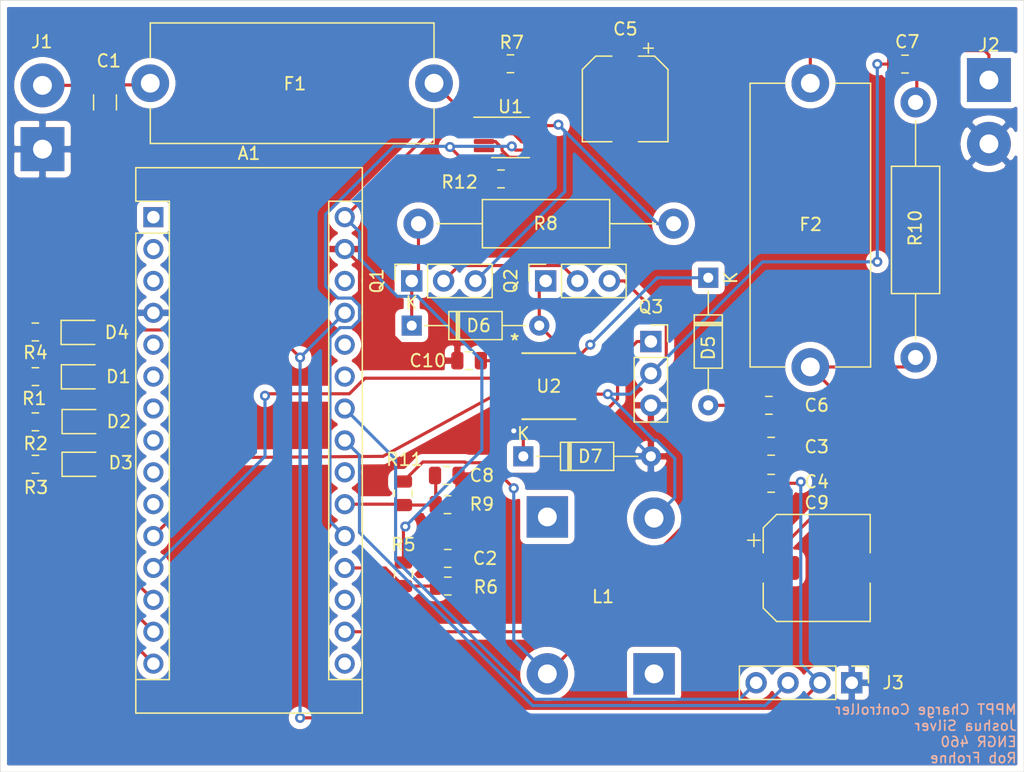
<source format=kicad_pcb>
(kicad_pcb (version 20171130) (host pcbnew "(5.1.5)-3")
  (layers (0 F.Cu signal) (31 B.Cu signal) (34 B.Paste user) (35 F.Paste user) (36 B.SilkS user) (37 F.SilkS user) (38 B.Mask user) (39 F.Mask user) (44 Edge.Cuts user))
  (net 0 "")
  (net 1 "Net-(A1-Pad1)")
  (net 2 /3.3V)
  (net 3 "Net-(A1-Pad2)")
  (net 4 "Net-(A1-Pad18)")
  (net 5 "Net-(A1-Pad3)")
  (net 6 /VinSense)
  (net 7 GND)
  (net 8 /ISense)
  (net 9 "Net-(A1-Pad5)")
  (net 10 /VoutSense)
  (net 11 "Net-(A1-Pad6)")
  (net 12 "Net-(A1-Pad22)")
  (net 13 "Net-(A1-Pad7)")
  (net 14 /SDA)
  (net 15 "Net-(A1-Pad8)")
  (net 16 /SCL)
  (net 17 "Net-(A1-Pad9)")
  (net 18 "Net-(A1-Pad25)")
  (net 19 "Net-(A1-Pad10)")
  (net 20 "Net-(A1-Pad26)")
  (net 21 /5V)
  (net 22 "Net-(A1-Pad28)")
  (net 23 "Net-(A1-Pad13)")
  (net 24 "Net-(A1-Pad14)")
  (net 25 /VIN)
  (net 26 "Net-(A1-Pad15)")
  (net 27 "Net-(A1-Pad16)")
  (net 28 "Net-(C1-Pad2)")
  (net 29 "Net-(C5-Pad1)")
  (net 30 "Net-(C6-Pad2)")
  (net 31 "Net-(C7-Pad1)")
  (net 32 "Net-(C7-Pad2)")
  (net 33 "Net-(C9-Pad1)")
  (net 34 "Net-(D1-Pad1)")
  (net 35 "Net-(D2-Pad1)")
  (net 36 "Net-(D3-Pad1)")
  (net 37 "Net-(D4-Pad1)")
  (net 38 "Net-(D5-Pad1)")
  (net 39 "Net-(D6-Pad1)")
  (net 40 "Net-(F2-Pad1)")
  (net 41 "Net-(U1-Pad2)")
  (net 42 "Net-(U1-Pad4)")
  (net 43 "Net-(U1-Pad7)")
  (net 44 /PWM_EN)
  (net 45 /PWM)
  (net 46 "Net-(Q1-Pad2)")
  (net 47 "Net-(Q3-Pad1)")
  (module Fuse:Fuseholder_Cylinder-5x20mm_Stelvio-Kontek_PTF78_Horizontal_Open (layer F.Cu) (at 114.808 57.15 270)
    (fp_text reference F2 (at 11.25 -0.028 180) (layer F.SilkS))
    (fp_text value 10A)
    (pad 1 thru_hole circle (at 0 0 270) (size 3 3) (drill 1.5) (layers *.Cu *.Mask) (net 40 "Net-(F2-Pad1)"))
    (pad 2 thru_hole circle (at 22.6 0 270) (size 3 3) (drill 1.5) (layers *.Cu *.Mask) (net 33 "Net-(C9-Pad1)"))
  )
  (module Inductor_THT:DEP1519b_Inductor (layer F.Cu) (at 102.362 91.694 180)
    (fp_text reference L1 (at 4.064 -6.35) (layer F.SilkS))
    (fp_text value 33uH)
    (pad 1 thru_hole circle (at 0 -0.1 270) (size 3.3 3.3) (drill 1.5) (layers *.Cu *.Mask) (net 31 "Net-(C7-Pad1)"))
    (pad "" thru_hole rect (at 0 -12.5 180) (size 3.3 3.3) (drill 1.5) (layers *.Cu *.Mask))
    (pad "" thru_hole rect (at 8.5 0 180) (size 3.3 3.3) (drill 1.5) (layers *.Cu *.Mask))
    (pad 2 thru_hole circle (at 8.5 -12.5 270) (size 3.3 3.3) (drill oval 1.5) (layers *.Cu *.Mask) (net 33 "Net-(C9-Pad1)"))
  )
  (module Module:Arduino_Nano (layer F.Cu) (at 62.484 67.818)
    (fp_text reference A1 (at 7.62 -5.08) (layer F.SilkS))
    (fp_text value Arduino_Nano_v3.x)
    (pad 1 thru_hole rect (at 0 0) (size 1.6 1.6) (drill 1) (layers *.Cu *.Mask) (net 1 "Net-(A1-Pad1)"))
    (pad 17 thru_hole oval (at 15.24 33.02) (size 1.6 1.6) (drill 1) (layers *.Cu *.Mask) (net 2 /3.3V))
    (pad 2 thru_hole oval (at 0 2.54) (size 1.6 1.6) (drill 1) (layers *.Cu *.Mask) (net 3 "Net-(A1-Pad2)"))
    (pad 18 thru_hole oval (at 15.24 30.48) (size 1.6 1.6) (drill 1) (layers *.Cu *.Mask) (net 4 "Net-(A1-Pad18)"))
    (pad 3 thru_hole oval (at 0 5.08) (size 1.6 1.6) (drill 1) (layers *.Cu *.Mask) (net 5 "Net-(A1-Pad3)"))
    (pad 19 thru_hole oval (at 15.24 27.94) (size 1.6 1.6) (drill 1) (layers *.Cu *.Mask) (net 6 /VinSense))
    (pad 4 thru_hole oval (at 0 7.62) (size 1.6 1.6) (drill 1) (layers *.Cu *.Mask) (net 7 GND))
    (pad 20 thru_hole oval (at 15.24 25.4) (size 1.6 1.6) (drill 1) (layers *.Cu *.Mask) (net 8 /ISense))
    (pad 5 thru_hole oval (at 0 10.16) (size 1.6 1.6) (drill 1) (layers *.Cu *.Mask) (net 9 "Net-(A1-Pad5)"))
    (pad 21 thru_hole oval (at 15.24 22.86) (size 1.6 1.6) (drill 1) (layers *.Cu *.Mask) (net 10 /VoutSense))
    (pad 6 thru_hole oval (at 0 12.7) (size 1.6 1.6) (drill 1) (layers *.Cu *.Mask) (net 11 "Net-(A1-Pad6)"))
    (pad 22 thru_hole oval (at 15.24 20.32) (size 1.6 1.6) (drill 1) (layers *.Cu *.Mask) (net 12 "Net-(A1-Pad22)"))
    (pad 7 thru_hole oval (at 0 15.24) (size 1.6 1.6) (drill 1) (layers *.Cu *.Mask) (net 13 "Net-(A1-Pad7)"))
    (pad 23 thru_hole oval (at 15.24 17.78) (size 1.6 1.6) (drill 1) (layers *.Cu *.Mask) (net 14 /SDA))
    (pad 8 thru_hole oval (at 0 17.78) (size 1.6 1.6) (drill 1) (layers *.Cu *.Mask) (net 15 "Net-(A1-Pad8)"))
    (pad 24 thru_hole oval (at 15.24 15.24) (size 1.6 1.6) (drill 1) (layers *.Cu *.Mask) (net 16 /SCL))
    (pad 9 thru_hole oval (at 0 20.32) (size 1.6 1.6) (drill 1) (layers *.Cu *.Mask) (net 17 "Net-(A1-Pad9)"))
    (pad 25 thru_hole oval (at 15.24 12.7) (size 1.6 1.6) (drill 1) (layers *.Cu *.Mask) (net 18 "Net-(A1-Pad25)"))
    (pad 10 thru_hole oval (at 0 22.86) (size 1.6 1.6) (drill 1) (layers *.Cu *.Mask) (net 19 "Net-(A1-Pad10)"))
    (pad 26 thru_hole oval (at 15.24 10.16) (size 1.6 1.6) (drill 1) (layers *.Cu *.Mask) (net 20 "Net-(A1-Pad26)"))
    (pad 11 thru_hole oval (at 0 25.4) (size 1.6 1.6) (drill 1) (layers *.Cu *.Mask) (net 44 /PWM_EN))
    (pad 27 thru_hole oval (at 15.24 7.62) (size 1.6 1.6) (drill 1) (layers *.Cu *.Mask) (net 21 /5V))
    (pad 12 thru_hole oval (at 0 27.94) (size 1.6 1.6) (drill 1) (layers *.Cu *.Mask) (net 45 /PWM))
    (pad 28 thru_hole oval (at 15.24 5.08) (size 1.6 1.6) (drill 1) (layers *.Cu *.Mask) (net 22 "Net-(A1-Pad28)"))
    (pad 13 thru_hole oval (at 0 30.48) (size 1.6 1.6) (drill 1) (layers *.Cu *.Mask) (net 23 "Net-(A1-Pad13)"))
    (pad 29 thru_hole oval (at 15.24 2.54) (size 1.6 1.6) (drill 1) (layers *.Cu *.Mask) (net 7 GND))
    (pad 14 thru_hole oval (at 0 33.02) (size 1.6 1.6) (drill 1) (layers *.Cu *.Mask) (net 24 "Net-(A1-Pad14)"))
    (pad 30 thru_hole oval (at 15.24 0) (size 1.6 1.6) (drill 1) (layers *.Cu *.Mask) (net 25 /VIN))
    (pad 15 thru_hole oval (at 0 35.56) (size 1.6 1.6) (drill 1) (layers *.Cu *.Mask) (net 26 "Net-(A1-Pad15)"))
    (pad 16 thru_hole oval (at 15.24 35.56) (size 1.6 1.6) (drill 1) (layers *.Cu *.Mask) (net 27 "Net-(A1-Pad16)"))
  )
  (module Capacitor_SMD:C_1206_3216Metric (layer F.Cu) (at 58.63 58.68 90)
    (fp_text reference C1 (at 3.308 0.298 180) (layer F.SilkS))
    (fp_text value 1uF)
    (pad 1 smd roundrect (at -1.4 0 90) (size 1.25 1.75) (layers F.Cu F.Paste F.Mask) (roundrect_rratio 0.2) (net 7 GND))
    (pad 2 smd roundrect (at 1.4 0 90) (size 1.25 1.75) (layers F.Cu F.Paste F.Mask) (roundrect_rratio 0.2) (net 28 "Net-(C1-Pad2)"))
  )
  (module Capacitor_SMD:C_0805_2012Metric (layer F.Cu) (at 85.9305 94.996 180)
    (fp_text reference C2 (at -2.9695 0) (layer F.SilkS))
    (fp_text value .1uF)
    (pad 1 smd roundrect (at -0.9375 0 180) (size 0.975 1.4) (layers F.Cu F.Paste F.Mask) (net 7 GND))
    (pad 2 smd roundrect (at 0.9375 0 180) (size 0.975 1.4) (layers F.Cu F.Paste F.Mask) (net 6 /VinSense))
  )
  (module Capacitor_SMD:CP_Elec_6.3x5.9 (layer F.Cu) (at 100.06 58.4 270)
    (fp_text reference C5 (at -5.568 -0.016 180) (layer F.SilkS))
    (fp_text value 100uF)
    (pad 1 smd roundrect (at -2.8 0 270) (size 3.5 1.6) (layers F.Cu F.Paste F.Mask) (roundrect_rratio 0.15625) (net 29 "Net-(C5-Pad1)"))
    (pad 2 smd roundrect (at 2.8 0 270) (size 3.5 1.6) (layers F.Cu F.Paste F.Mask) (roundrect_rratio 0.15625) (net 7 GND))
  )
  (module Capacitor_SMD:CP_Elec_8x6.9 (layer F.Cu) (at 115.316 95.758)
    (fp_text reference C9 (at 0 -5.2) (layer F.SilkS))
    (fp_text value 220uF)
    (pad 1 smd roundrect (at -3.475 0) (size 4.15 1.9) (layers F.Cu F.Paste F.Mask) (roundrect_rratio 0.131579) (net 33 "Net-(C9-Pad1)"))
    (pad 2 smd roundrect (at 3.475 0) (size 4.15 1.9) (layers F.Cu F.Paste F.Mask) (roundrect_rratio 0.131579) (net 7 GND))
  )
  (module LED_SMD:LED_0805_2012Metric (layer F.Cu) (at 56.838 80.536)
    (fp_text reference D1 (at 2.852 -0.018) (layer F.SilkS))
    (fp_text value Green_On)
    (pad 1 smd roundrect (at -0.9375 0) (size 0.975 1.4) (layers F.Cu F.Paste F.Mask) (net 34 "Net-(D1-Pad1)"))
    (pad 2 smd roundrect (at 0.9375 0) (size 0.975 1.4) (layers F.Cu F.Paste F.Mask) (net 23 "Net-(A1-Pad13)"))
  )
  (module LED_SMD:LED_0805_2012Metric (layer F.Cu) (at 56.896 84.1)
    (fp_text reference D2 (at 2.8375 0) (layer F.SilkS))
    (fp_text value Yellow_Buck)
    (pad 2 smd roundrect (at 0.9375 0) (size 0.975 1.4) (layers F.Cu F.Paste F.Mask) (net 24 "Net-(A1-Pad14)"))
    (pad 1 smd roundrect (at -0.9375 0) (size 0.975 1.4) (layers F.Cu F.Paste F.Mask) (net 35 "Net-(D2-Pad1)"))
  )
  (module LED_SMD:LED_0805_2012Metric (layer F.Cu) (at 56.896 87.5)
    (fp_text reference D3 (at 2.99 -0.124) (layer F.SilkS))
    (fp_text value Red_Off)
    (pad 2 smd roundrect (at 0.9375 0) (size 0.975 1.4) (layers F.Cu F.Paste F.Mask) (net 26 "Net-(A1-Pad15)"))
    (pad 1 smd roundrect (at -0.9375 0) (size 0.975 1.4) (layers F.Cu F.Paste F.Mask) (net 36 "Net-(D3-Pad1)"))
  )
  (module LED_SMD:LED_0805_2012Metric (layer F.Cu) (at 56.8175 77)
    (fp_text reference D4 (at 2.7625 0) (layer F.SilkS))
    (fp_text value Blue_PWR)
    (pad 1 smd roundrect (at -0.9375 0) (size 0.975 1.4) (layers F.Cu F.Paste F.Mask) (net 37 "Net-(D4-Pad1)"))
    (pad 2 smd roundrect (at 0.9375 0) (size 0.975 1.4) (layers F.Cu F.Paste F.Mask) (net 21 /5V))
  )
  (module Diode_THT:D_DO-35_SOD27_P10.16mm_Horizontal (layer F.Cu) (at 106.68 72.644 270)
    (fp_text reference D5 (at 5.588 0 90) (layer F.SilkS))
    (fp_text value 1N4148)
    (fp_text user K (at 0 -1.8 90) (layer F.SilkS))
    (pad 1 thru_hole rect (at 0 0 270) (size 1.6 1.6) (drill 0.8) (layers *.Cu *.Mask) (net 38 "Net-(D5-Pad1)"))
    (pad 2 thru_hole oval (at 10.16 0 270) (size 1.6 1.6) (drill 0.8) (layers *.Cu *.Mask) (net 30 "Net-(C6-Pad2)"))
  )
  (module Diode_THT:D_DO-35_SOD27_P10.16mm_Horizontal (layer F.Cu) (at 83.058 76.454)
    (fp_text reference D6 (at 5.334 0) (layer F.SilkS))
    (fp_text value 1N4148)
    (fp_text user K (at 0 -1.8) (layer F.SilkS))
    (pad 1 thru_hole rect (at 0 0) (size 1.6 1.6) (drill 0.8) (layers *.Cu *.Mask) (net 39 "Net-(D6-Pad1)"))
    (pad 2 thru_hole oval (at 10.16 0) (size 1.6 1.6) (drill 0.8) (layers *.Cu *.Mask) (net 38 "Net-(D5-Pad1)"))
  )
  (module Diode_THT:D_DO-35_SOD27_P10.16mm_Horizontal (layer F.Cu) (at 91.948 86.868)
    (fp_text reference D7 (at 5.334 0) (layer F.SilkS))
    (fp_text value 1N4148)
    (fp_text user K (at 0 -1.8) (layer F.SilkS))
    (pad 2 thru_hole oval (at 10.16 0) (size 1.6 1.6) (drill 0.8) (layers *.Cu *.Mask) (net 7 GND))
    (pad 1 thru_hole rect (at 0 0) (size 1.6 1.6) (drill 0.8) (layers *.Cu *.Mask) (net 31 "Net-(C7-Pad1)"))
  )
  (module Fuse:Fuseholder_Cylinder-5x20mm_Stelvio-Kontek_PTF78_Horizontal_Open (layer F.Cu) (at 84.836 57.15 180)
    (fp_text reference F1 (at 11.084 -0.046) (layer F.SilkS))
    (fp_text value 10A)
    (pad 2 thru_hole circle (at 22.6 0 180) (size 3 3) (drill 1.5) (layers *.Cu *.Mask) (net 28 "Net-(C1-Pad2)"))
    (pad 1 thru_hole circle (at 0 0 180) (size 3 3) (drill 1.5) (layers *.Cu *.Mask) (net 25 /VIN))
  )
  (module Connector_Wire:SolderWirePad_1x02_P5.08mm_Drill1.5mm (layer F.Cu) (at 53.65 62.4 90)
    (fp_text reference J1 (at 8.552 -0.056 180) (layer F.SilkS))
    (fp_text value "PV Connection")
    (pad 1 thru_hole rect (at 0 0 90) (size 3.50012 3.50012) (drill 1.50114) (layers *.Cu *.Mask) (net 7 GND))
    (pad 2 thru_hole circle (at 5.08 0 90) (size 3.50012 3.50012) (drill 1.50114) (layers *.Cu *.Mask) (net 28 "Net-(C1-Pad2)"))
  )
  (module Connector_Wire:SolderWirePad_1x02_P5.08mm_Drill1.5mm (layer F.Cu) (at 129.032 56.896 270)
    (fp_text reference J2 (at -2.794 0 180) (layer F.SilkS))
    (fp_text value "12V Out")
    (pad 2 thru_hole circle (at 5.08 0 270) (size 3.50012 3.50012) (drill 1.50114) (layers *.Cu *.Mask) (net 7 GND))
    (pad 1 thru_hole rect (at 0 0 270) (size 3.50012 3.50012) (drill 1.50114) (layers *.Cu *.Mask) (net 40 "Net-(F2-Pad1)"))
  )
  (module Connector_PinHeader_2.54mm:PinHeader_1x04_P2.54mm_Vertical (layer F.Cu) (at 118.11 104.902 270)
    (fp_text reference J3 (at 0 -3.302 180) (layer F.SilkS))
    (fp_text value "I2C Display")
    (pad 1 thru_hole rect (at 0 0 270) (size 1.7 1.7) (drill 1) (layers *.Cu *.Mask) (net 7 GND))
    (pad 2 thru_hole oval (at 0 2.54 270) (size 1.7 1.7) (drill 1) (layers *.Cu *.Mask) (net 21 /5V))
    (pad 3 thru_hole oval (at 0 5.08 270) (size 1.7 1.7) (drill 1) (layers *.Cu *.Mask) (net 14 /SDA))
    (pad 4 thru_hole oval (at 0 7.62 270) (size 1.7 1.7) (drill 1) (layers *.Cu *.Mask) (net 16 /SCL))
  )
  (module Resistor_THT:R_Axial_DIN0411_L9.9mm_D3.6mm_P20.32mm_Horizontal (layer F.Cu) (at 103.918 68.338 180)
    (fp_text reference R8 (at 10.192 0.012) (layer F.SilkS))
    (fp_text value 470K)
    (pad 2 thru_hole oval (at 20.32 0 180) (size 2.4 2.4) (drill 1.2) (layers *.Cu *.Mask) (net 39 "Net-(D6-Pad1)"))
    (pad 1 thru_hole circle (at 0 0 180) (size 2.4 2.4) (drill 1.2) (layers *.Cu *.Mask) (net 29 "Net-(C5-Pad1)"))
  )
  (module Resistor_THT:R_Axial_DIN0411_L9.9mm_D3.6mm_P20.32mm_Horizontal (layer F.Cu) (at 123.19 58.674 270)
    (fp_text reference R10 (at 10.01 0.03 90) (layer F.SilkS))
    (fp_text value 470K)
    (pad 1 thru_hole circle (at 0 0 270) (size 2.4 2.4) (drill 1.2) (layers *.Cu *.Mask) (net 32 "Net-(C7-Pad2)"))
    (pad 2 thru_hole oval (at 20.32 0 270) (size 2.4 2.4) (drill 1.2) (layers *.Cu *.Mask) (net 33 "Net-(C9-Pad1)"))
  )
  (module Package_BGA:IR2104SPBF (layer F.Cu) (at 93.98 81.28)
    (fp_text reference U2 (at 0 0) (layer F.SilkS))
    (fp_text value IR2104 hide)
    (fp_text user * (at -2.7178 -3.6068) (layer F.SilkS))
    (fp_text user * (at -2.7178 -3.6068) (layer F.SilkS))
    (pad 8 smd rect (at 2.4638 -1.905) (size 1.9812 0.5588) (layers F.Cu F.Paste F.Mask) (net 38 "Net-(D5-Pad1)"))
    (pad 7 smd rect (at 2.4638 -0.635) (size 1.9812 0.5588) (layers F.Cu F.Paste F.Mask) (net 38 "Net-(D5-Pad1)"))
    (pad 6 smd rect (at 2.4638 0.635) (size 1.9812 0.5588) (layers F.Cu F.Paste F.Mask) (net 31 "Net-(C7-Pad1)"))
    (pad 5 smd rect (at 2.4638 1.905) (size 1.9812 0.5588) (layers F.Cu F.Paste F.Mask) (net 47 "Net-(Q3-Pad1)"))
    (pad 4 smd rect (at -2.4638 1.905) (size 1.9812 0.5588) (layers F.Cu F.Paste F.Mask) (net 7 GND))
    (pad 3 smd rect (at -2.4638 0.635) (size 1.9812 0.5588) (layers F.Cu F.Paste F.Mask) (net 44 /PWM_EN))
    (pad 2 smd rect (at -2.4638 -0.635) (size 1.9812 0.5588) (layers F.Cu F.Paste F.Mask) (net 45 /PWM))
    (pad 1 smd rect (at -2.4638 -1.905) (size 1.9812 0.5588) (layers F.Cu F.Paste F.Mask) (net 25 /VIN))
  )
  (module Resistor_SMD:R_0805_2012Metric (layer F.Cu) (at 90.9225 55.6 180)
    (fp_text reference R7 (at -0.1 1.7) (layer F.SilkS))
    (fp_text value 0.01)
    (pad 1 smd roundrect (at -0.9375 0 180) (size 0.975 1.4) (layers F.Cu F.Paste F.Mask) (net 29 "Net-(C5-Pad1)"))
    (pad 2 smd roundrect (at 0.9375 0 180) (size 0.975 1.4) (layers F.Cu F.Paste F.Mask) (net 25 /VIN))
  )
  (module Resistor_SMD:R_0805_2012Metric (layer F.Cu) (at 82.4 96.2625 270)
    (fp_text reference R5 (at -2.3625 0 180) (layer F.SilkS))
    (fp_text value 10k)
    (pad 1 smd roundrect (at -0.9375 0 270) (size 0.975 1.4) (layers F.Cu F.Paste F.Mask) (net 25 /VIN))
    (pad 2 smd roundrect (at 0.9375 0 270) (size 0.975 1.4) (layers F.Cu F.Paste F.Mask) (net 6 /VinSense))
  )
  (module Resistor_SMD:R_0805_2012Metric (layer F.Cu) (at 85.9305 97.2)
    (fp_text reference R6 (at 3.0375 0.082) (layer F.SilkS))
    (fp_text value 2.2k)
    (pad 1 smd roundrect (at -0.9375 0) (size 0.975 1.4) (layers F.Cu F.Paste F.Mask) (net 6 /VinSense))
    (pad 2 smd roundrect (at 0.9375 0) (size 0.975 1.4) (layers F.Cu F.Paste F.Mask) (net 7 GND))
  )
  (module Resistor_SMD:R_0805_2012Metric (layer F.Cu) (at 53.086 80.518 180)
    (fp_text reference R1 (at 0.0875 -1.75) (layer F.SilkS))
    (fp_text value 330)
    (pad 2 smd roundrect (at 0.9375 0 180) (size 0.975 1.4) (layers F.Cu F.Paste F.Mask) (net 7 GND))
    (pad 1 smd roundrect (at -0.9375 0 180) (size 0.975 1.4) (layers F.Cu F.Paste F.Mask) (net 34 "Net-(D1-Pad1)"))
  )
  (module Resistor_SMD:R_0805_2012Metric (layer F.Cu) (at 53.086 84.12 180)
    (fp_text reference R2 (at -0.02 -1.732) (layer F.SilkS))
    (fp_text value 330)
    (pad 1 smd roundrect (at -0.9375 0 180) (size 0.975 1.4) (layers F.Cu F.Paste F.Mask) (net 35 "Net-(D2-Pad1)"))
    (pad 2 smd roundrect (at 0.9375 0 180) (size 0.975 1.4) (layers F.Cu F.Paste F.Mask) (net 7 GND))
  )
  (module Resistor_SMD:R_0805_2012Metric (layer F.Cu) (at 53.086 87.5 180)
    (fp_text reference R3 (at -0.05 -1.85) (layer F.SilkS))
    (fp_text value 330)
    (pad 2 smd roundrect (at 0.9375 0 180) (size 0.975 1.4) (layers F.Cu F.Paste F.Mask) (net 7 GND))
    (pad 1 smd roundrect (at -0.9375 0 180) (size 0.975 1.4) (layers F.Cu F.Paste F.Mask) (net 36 "Net-(D3-Pad1)"))
  )
  (module Resistor_SMD:R_0805_2012Metric (layer F.Cu) (at 53.086 76.962 180)
    (fp_text reference R4 (at 0 -1.65) (layer F.SilkS))
    (fp_text value 330)
    (pad 1 smd roundrect (at -0.9375 0 180) (size 0.975 1.4) (layers F.Cu F.Paste F.Mask) (net 37 "Net-(D4-Pad1)"))
    (pad 2 smd roundrect (at 0.9375 0 180) (size 0.975 1.4) (layers F.Cu F.Paste F.Mask) (net 7 GND))
  )
  (module Resistor_SMD:R_0805_2012Metric (layer F.Cu) (at 85.91 90.72)
    (fp_text reference R9 (at 2.736 -0.042) (layer F.SilkS))
    (fp_text value 2.2k)
    (pad 1 smd roundrect (at -0.9375 0) (size 0.975 1.4) (layers F.Cu F.Paste F.Mask) (net 10 /VoutSense))
    (pad 2 smd roundrect (at 0.9375 0) (size 0.975 1.4) (layers F.Cu F.Paste F.Mask) (net 7 GND))
  )
  (module Resistor_SMD:R_0805_2012Metric (layer F.Cu) (at 82.39 89.81 270)
    (fp_text reference R11 (at -2.6975 -0.08 180) (layer F.SilkS))
    (fp_text value 10k)
    (pad 2 smd roundrect (at 0.9375 0 270) (size 0.975 1.4) (layers F.Cu F.Paste F.Mask) (net 10 /VoutSense))
    (pad 1 smd roundrect (at -0.9375 0 270) (size 0.975 1.4) (layers F.Cu F.Paste F.Mask) (net 33 "Net-(C9-Pad1)"))
  )
  (module Capacitor_SMD:C_0805_2012Metric (layer F.Cu) (at 111.687001 86.065001)
    (fp_text reference C3 (at 3.628999 0.040999) (layer F.SilkS))
    (fp_text value .1uF)
    (pad 1 smd roundrect (at -0.9375 0) (size 0.975 1.4) (layers F.Cu F.Paste F.Mask) (net 2 /3.3V))
    (pad 2 smd roundrect (at 0.9375 0) (size 0.975 1.4) (layers F.Cu F.Paste F.Mask) (net 7 GND))
  )
  (module Capacitor_SMD:C_0805_2012Metric (layer F.Cu) (at 111.687001 89.015001)
    (fp_text reference C4 (at 3.628999 -0.115001) (layer F.SilkS))
    (fp_text value .1uF)
    (pad 2 smd roundrect (at 0.9375 0) (size 0.975 1.4) (layers F.Cu F.Paste F.Mask) (net 21 /5V))
    (pad 1 smd roundrect (at -0.9375 0) (size 0.975 1.4) (layers F.Cu F.Paste F.Mask) (net 7 GND))
  )
  (module Capacitor_SMD:C_0805_2012Metric (layer F.Cu) (at 111.506 82.804 180)
    (fp_text reference C6 (at -3.81 0) (layer F.SilkS))
    (fp_text value .1uF)
    (pad 2 smd roundrect (at 0.9375 0 180) (size 0.975 1.4) (layers F.Cu F.Paste F.Mask) (net 30 "Net-(C6-Pad2)"))
    (pad 1 smd roundrect (at -0.9375 0 180) (size 0.975 1.4) (layers F.Cu F.Paste F.Mask) (net 7 GND))
  )
  (module Capacitor_SMD:C_0805_2012Metric (layer F.Cu) (at 122.3495 55.626)
    (fp_text reference C7 (at 0.1755 -1.778 180) (layer F.SilkS))
    (fp_text value .1uF)
    (pad 1 smd roundrect (at -0.9375 0) (size 0.975 1.4) (layers F.Cu F.Paste F.Mask) (net 31 "Net-(C7-Pad1)"))
    (pad 2 smd roundrect (at 0.9375 0) (size 0.975 1.4) (layers F.Cu F.Paste F.Mask) (net 32 "Net-(C7-Pad2)"))
  )
  (module Capacitor_SMD:C_0805_2012Metric (layer F.Cu) (at 85.852 88.392)
    (fp_text reference C8 (at 2.794 0) (layer F.SilkS))
    (fp_text value .1uF)
    (pad 1 smd roundrect (at -0.9375 0) (size 0.975 1.4) (layers F.Cu F.Paste F.Mask) (net 10 /VoutSense))
    (pad 2 smd roundrect (at 0.9375 0) (size 0.975 1.4) (layers F.Cu F.Paste F.Mask) (net 7 GND))
  )
  (module Capacitor_SMD:C_0805_2012Metric (layer F.Cu) (at 87.63 79.248)
    (fp_text reference C10 (at -3.302 0) (layer F.SilkS))
    (fp_text value .1uF)
    (pad 2 smd roundrect (at 0.9375 0) (size 0.975 1.4) (layers F.Cu F.Paste F.Mask) (net 25 /VIN))
    (pad 1 smd roundrect (at -0.9375 0) (size 0.975 1.4) (layers F.Cu F.Paste F.Mask) (net 7 GND))
  )
  (module Resistor_SMD:R_0805_2012Metric (layer F.Cu) (at 90.17 64.77)
    (fp_text reference R12 (at -3.302 0.254) (layer F.SilkS))
    (fp_text value 100K)
    (pad 1 smd roundrect (at -0.9375 0) (size 0.975 1.4) (layers F.Cu F.Paste F.Mask) (net 7 GND))
    (pad 2 smd roundrect (at 0.9375 0) (size 0.975 1.4) (layers F.Cu F.Paste F.Mask) (net 8 /ISense))
  )
  (module Connector_PinSocket_2.54mm:PinSocket_1x03_P2.54mm_Vertical (layer F.Cu) (at 83.058 72.898 90)
    (fp_text reference Q1 (at 0 -2.77 90) (layer F.SilkS))
    (fp_text value IRFIZ44N)
    (pad 3 thru_hole oval (at 0 5.08 90) (size 1.7 1.7) (drill 1) (layers *.Cu *.Mask) (net 29 "Net-(C5-Pad1)"))
    (pad 2 thru_hole oval (at 0 2.54 90) (size 1.7 1.7) (drill 1) (layers *.Cu *.Mask) (net 46 "Net-(Q1-Pad2)"))
    (pad 1 thru_hole rect (at 0 0 90) (size 1.7 1.7) (drill 1) (layers *.Cu *.Mask) (net 39 "Net-(D6-Pad1)"))
  )
  (module Connector_PinSocket_2.54mm:PinSocket_1x03_P2.54mm_Vertical (layer F.Cu) (at 93.726 72.898 90)
    (fp_text reference Q2 (at 0 -2.77 90) (layer F.SilkS))
    (fp_text value IRFIZ44N)
    (pad 1 thru_hole rect (at 0 0 90) (size 1.7 1.7) (drill 1) (layers *.Cu *.Mask) (net 38 "Net-(D5-Pad1)"))
    (pad 2 thru_hole oval (at 0 2.54 90) (size 1.7 1.7) (drill 1) (layers *.Cu *.Mask) (net 46 "Net-(Q1-Pad2)"))
    (pad 3 thru_hole oval (at 0 5.08 90) (size 1.7 1.7) (drill 1) (layers *.Cu *.Mask) (net 31 "Net-(C7-Pad1)"))
  )
  (module Connector_PinSocket_2.54mm:PinSocket_1x03_P2.54mm_Vertical (layer F.Cu) (at 102.108 77.724)
    (fp_text reference Q3 (at 0 -2.77) (layer F.SilkS))
    (fp_text value IRFIZ44N)
    (pad 1 thru_hole rect (at 0 0) (size 1.7 1.7) (drill 1) (layers *.Cu *.Mask) (net 47 "Net-(Q3-Pad1)"))
    (pad 2 thru_hole oval (at 0 2.54) (size 1.7 1.7) (drill 1) (layers *.Cu *.Mask) (net 31 "Net-(C7-Pad1)"))
    (pad 3 thru_hole oval (at 0 5.08) (size 1.7 1.7) (drill 1) (layers *.Cu *.Mask) (net 7 GND))
  )
  (module Package_SO:MSOP-8_3x3mm_P0.65mm (layer F.Cu) (at 90.932 61.468)
    (fp_text reference U1 (at 0 -2.45) (layer F.SilkS))
    (fp_text value AD8212)
    (pad 1 smd roundrect (at -2.1125 -0.975) (size 1.625 0.4) (layers F.Cu F.Paste F.Mask) (net 25 /VIN))
    (pad 2 smd roundrect (at -2.1125 -0.325) (size 1.625 0.4) (layers F.Cu F.Paste F.Mask) (net 41 "Net-(U1-Pad2)"))
    (pad 3 smd roundrect (at -2.1125 0.325) (size 1.625 0.4) (layers F.Cu F.Paste F.Mask) (net 7 GND))
    (pad 4 smd roundrect (at -2.1125 0.975) (size 1.625 0.4) (layers F.Cu F.Paste F.Mask) (net 42 "Net-(U1-Pad4)"))
    (pad 5 smd roundrect (at 2.1125 0.975) (size 1.625 0.4) (layers F.Cu F.Paste F.Mask) (net 8 /ISense))
    (pad 6 smd roundrect (at 2.1125 0.325) (size 1.625 0.4) (layers F.Cu F.Paste F.Mask) (net 41 "Net-(U1-Pad2)"))
    (pad 7 smd roundrect (at 2.1125 -0.325) (size 1.625 0.4) (layers F.Cu F.Paste F.Mask) (net 43 "Net-(U1-Pad7)"))
    (pad 8 smd roundrect (at 2.1125 -0.975) (size 1.625 0.4) (layers F.Cu F.Paste F.Mask) (net 29 "Net-(C5-Pad1)"))
  )
  (gr_text "MPPT Charge Controller\nJoshua Silver\nENGR 460\nRob Frohne\n" (at 131.318 108.966) (layer B.SilkS) (effects (font (size 0.8 0.8) (thickness 0.13)) (justify left mirror)))
  (gr_line (start 50.292 50.546) (end 50.8 50.546) (layer Edge.Cuts) (width 0.05))
  (gr_line (start 50.292 112.014) (end 50.292 50.546) (layer Edge.Cuts) (width 0.05))
  (gr_line (start 131.826 112.014) (end 50.292 112.014) (layer Edge.Cuts) (width 0.05))
  (gr_line (start 131.826 50.546) (end 131.826 112.014) (layer Edge.Cuts) (width 0.05))
  (gr_line (start 50.8 50.546) (end 131.826 50.546) (layer Edge.Cuts) (width 0.05))
  (segment (start 110.263974 86.850468) (end 110.263974 86.550528) (width 0.25) (layer F.Cu) (net 2))
  (segment (start 100.989452 96.12499) (end 110.263974 86.850468) (width 0.25) (layer F.Cu) (net 2))
  (segment (start 110.263974 86.550528) (end 110.749501 86.065001) (width 0.25) (layer F.Cu) (net 2))
  (segment (start 100.989452 96.12499) (end 100.97901 96.12499) (width 0.25) (layer F.Cu) (net 2))
  (segment (start 96.266 100.838) (end 77.724 100.838) (width 0.25) (layer F.Cu) (net 2))
  (segment (start 100.97901 96.12499) (end 96.266 100.838) (width 0.25) (layer F.Cu) (net 2))
  (segment (start 82.4 97.2) (end 84.993 97.2) (width 0.25) (layer F.Cu) (net 6))
  (segment (start 80.958 95.758) (end 77.724 95.758) (width 0.25) (layer F.Cu) (net 6))
  (segment (start 82.4 97.2) (end 80.958 95.758) (width 0.25) (layer F.Cu) (net 6))
  (segment (start 84.993 97.2) (end 84.993 94.996) (width 0.25) (layer F.Cu) (net 6))
  (segment (start 90.806778 63.05001) (end 98.20999 63.05001) (width 0.25) (layer F.Cu) (net 7))
  (segment (start 99.26 62) (end 100.06 61.2) (width 0.25) (layer F.Cu) (net 7))
  (segment (start 98.20999 63.05001) (end 99.26 62) (width 0.25) (layer F.Cu) (net 7))
  (segment (start 78.523999 71.157999) (end 77.724 70.358) (width 0.25) (layer F.Cu) (net 7))
  (segment (start 78.899001 71.533001) (end 78.523999 71.157999) (width 0.25) (layer F.Cu) (net 7))
  (segment (start 78.899001 74.570003) (end 78.899001 71.533001) (width 0.25) (layer F.Cu) (net 7))
  (segment (start 83.576998 79.248) (end 78.899001 74.570003) (width 0.25) (layer F.Cu) (net 7))
  (segment (start 86.6925 79.248) (end 83.576998 79.248) (width 0.25) (layer F.Cu) (net 7))
  (via (at 91.186 84.836) (size 0.8) (drill 0.4) (layers F.Cu B.Cu) (net 7))
  (segment (start 91.5162 83.185) (end 91.5162 84.5058) (width 0.25) (layer F.Cu) (net 7))
  (segment (start 91.5162 84.5058) (end 91.186 84.836) (width 0.25) (layer F.Cu) (net 7))
  (segment (start 100.076 84.836) (end 102.108 86.868) (width 0.25) (layer B.Cu) (net 7))
  (segment (start 91.186 84.836) (end 100.076 84.836) (width 0.25) (layer B.Cu) (net 7))
  (segment (start 102.108 82.804) (end 102.108 86.868) (width 0.25) (layer F.Cu) (net 7))
  (segment (start 52.1485 87.5) (end 52.1485 84.12) (width 0.25) (layer F.Cu) (net 7))
  (segment (start 90.254896 62.314896) (end 90.254896 62.498128) (width 0.25) (layer F.Cu) (net 7))
  (segment (start 89.733 61.793) (end 90.254896 62.314896) (width 0.25) (layer F.Cu) (net 7))
  (segment (start 90.254896 62.498128) (end 90.806778 63.05001) (width 0.25) (layer F.Cu) (net 7))
  (segment (start 88.8195 61.793) (end 89.733 61.793) (width 0.25) (layer F.Cu) (net 7))
  (via (at 91.029897 62.177113) (size 0.8) (drill 0.4) (layers F.Cu B.Cu) (net 8))
  (segment (start 92.9725 62.475) (end 91.327784 62.475) (width 0.25) (layer F.Cu) (net 8))
  (segment (start 91.327784 62.475) (end 91.029897 62.177113) (width 0.25) (layer F.Cu) (net 8))
  (segment (start 76.548999 92.042999) (end 76.924001 92.418001) (width 0.25) (layer B.Cu) (net 8))
  (segment (start 76.548999 77.413999) (end 76.548999 92.042999) (width 0.25) (layer B.Cu) (net 8))
  (segment (start 77.349997 76.613001) (end 76.548999 77.413999) (width 0.25) (layer B.Cu) (net 8))
  (segment (start 78.288001 76.613001) (end 77.349997 76.613001) (width 0.25) (layer B.Cu) (net 8))
  (segment (start 78.899001 76.002001) (end 78.288001 76.613001) (width 0.25) (layer B.Cu) (net 8))
  (segment (start 78.899001 74.873999) (end 78.899001 76.002001) (width 0.25) (layer B.Cu) (net 8))
  (segment (start 78.288001 74.262999) (end 78.899001 74.873999) (width 0.25) (layer B.Cu) (net 8))
  (segment (start 77.159999 74.262999) (end 78.288001 74.262999) (width 0.25) (layer B.Cu) (net 8))
  (segment (start 76.924001 92.418001) (end 77.724 93.218) (width 0.25) (layer B.Cu) (net 8))
  (segment (start 76.2 73.303) (end 77.159999 74.262999) (width 0.25) (layer B.Cu) (net 8))
  (segment (start 76.2 67.602998) (end 76.2 73.303) (width 0.25) (layer B.Cu) (net 8))
  (segment (start 81.625885 62.177113) (end 76.2 67.602998) (width 0.25) (layer B.Cu) (net 8))
  (via (at 86.106 62.23) (size 0.8) (drill 0.4) (layers F.Cu B.Cu) (net 8))
  (segment (start 86.053113 62.177113) (end 86.106 62.23) (width 0.25) (layer B.Cu) (net 8))
  (segment (start 86.053113 62.177113) (end 81.625885 62.177113) (width 0.25) (layer B.Cu) (net 8))
  (segment (start 91.029897 62.177113) (end 86.053113 62.177113) (width 0.25) (layer B.Cu) (net 8))
  (segment (start 90.621973 64.284473) (end 91.1075 64.77) (width 0.25) (layer F.Cu) (net 8))
  (segment (start 90.03249 63.69499) (end 90.621973 64.284473) (width 0.25) (layer F.Cu) (net 8))
  (segment (start 87.57099 63.69499) (end 90.03249 63.69499) (width 0.25) (layer F.Cu) (net 8))
  (segment (start 86.106 62.23) (end 87.57099 63.69499) (width 0.25) (layer F.Cu) (net 8))
  (segment (start 82.3205 90.678) (end 82.39 90.7475) (width 0.25) (layer F.Cu) (net 10))
  (segment (start 77.724 90.678) (end 82.3205 90.678) (width 0.25) (layer F.Cu) (net 10))
  (segment (start 84.945 90.7475) (end 84.9725 90.72) (width 0.25) (layer F.Cu) (net 10))
  (segment (start 82.39 90.7475) (end 84.945 90.7475) (width 0.25) (layer F.Cu) (net 10))
  (segment (start 84.9725 88.45) (end 84.9145 88.392) (width 0.25) (layer F.Cu) (net 10))
  (segment (start 84.9725 90.72) (end 84.9725 88.45) (width 0.25) (layer F.Cu) (net 10))
  (segment (start 112.180001 105.751999) (end 113.03 104.902) (width 0.25) (layer B.Cu) (net 14))
  (segment (start 92.682889 106.719011) (end 111.212989 106.719011) (width 0.25) (layer B.Cu) (net 14))
  (segment (start 111.212989 106.719011) (end 112.180001 105.751999) (width 0.25) (layer B.Cu) (net 14))
  (segment (start 78.899001 86.773001) (end 78.899001 92.935123) (width 0.25) (layer B.Cu) (net 14))
  (segment (start 77.724 85.598) (end 78.899001 86.773001) (width 0.25) (layer B.Cu) (net 14))
  (segment (start 78.899001 92.935123) (end 92.682889 106.719011) (width 0.25) (layer B.Cu) (net 14))
  (segment (start 109.640001 105.751999) (end 110.49 104.902) (width 0.25) (layer B.Cu) (net 16))
  (segment (start 109.172999 106.219001) (end 109.640001 105.751999) (width 0.25) (layer B.Cu) (net 16))
  (segment (start 92.889999 106.219001) (end 109.172999 106.219001) (width 0.25) (layer B.Cu) (net 16))
  (segment (start 81.774999 87.108999) (end 81.774999 95.104001) (width 0.25) (layer B.Cu) (net 16))
  (segment (start 77.724 83.058) (end 81.774999 87.108999) (width 0.25) (layer B.Cu) (net 16))
  (segment (start 81.774999 95.104001) (end 92.889999 106.219001) (width 0.25) (layer B.Cu) (net 16))
  (via (at 114.046 88.9) (size 0.8) (drill 0.4) (layers F.Cu B.Cu) (net 21))
  (segment (start 113.930999 89.015001) (end 114.046 88.9) (width 0.25) (layer F.Cu) (net 21))
  (segment (start 112.624501 89.015001) (end 113.930999 89.015001) (width 0.25) (layer F.Cu) (net 21))
  (segment (start 114.046 103.378) (end 115.57 104.902) (width 0.25) (layer B.Cu) (net 21))
  (segment (start 114.046 88.9) (end 114.046 103.378) (width 0.25) (layer B.Cu) (net 21))
  (segment (start 115.57 104.902) (end 114.252999 106.219001) (width 0.25) (layer F.Cu) (net 21))
  (segment (start 74.168 78.994) (end 77.724 75.438) (width 0.25) (layer B.Cu) (net 21))
  (via (at 74.168 78.994) (size 0.8) (drill 0.4) (layers F.Cu B.Cu) (net 21))
  (segment (start 58.175 77) (end 57.6875 77) (width 0.25) (layer F.Cu) (net 21))
  (segment (start 58.372001 76.802999) (end 58.175 77) (width 0.25) (layer F.Cu) (net 21))
  (segment (start 71.976999 76.802999) (end 58.372001 76.802999) (width 0.25) (layer F.Cu) (net 21))
  (segment (start 74.168 78.994) (end 71.976999 76.802999) (width 0.25) (layer F.Cu) (net 21))
  (via (at 74.168 107.696) (size 0.8) (drill 0.4) (layers F.Cu B.Cu) (net 21))
  (segment (start 74.168 107.696) (end 74.168 78.994) (width 0.25) (layer B.Cu) (net 21))
  (segment (start 114.720001 105.751999) (end 115.57 104.902) (width 0.25) (layer F.Cu) (net 21))
  (segment (start 74.168 107.696) (end 112.776 107.696) (width 0.25) (layer F.Cu) (net 21))
  (segment (start 112.776 107.696) (end 114.720001 105.751999) (width 0.25) (layer F.Cu) (net 21))
  (segment (start 62.484 98.298) (end 59.944 95.766493) (width 0.25) (layer F.Cu) (net 23))
  (segment (start 59.944 82.7045) (end 57.7755 80.536) (width 0.25) (layer F.Cu) (net 23))
  (segment (start 59.944 84.328) (end 59.944 82.7045) (width 0.25) (layer F.Cu) (net 23))
  (segment (start 59.944 84.328) (end 59.944 84.074) (width 0.25) (layer F.Cu) (net 23))
  (segment (start 59.944 95.766493) (end 59.944 84.328) (width 0.25) (layer F.Cu) (net 23))
  (segment (start 58.123027 84.585527) (end 57.6375 84.1) (width 0.25) (layer F.Cu) (net 24))
  (segment (start 58.319027 84.585527) (end 57.8335 84.1) (width 0.25) (layer F.Cu) (net 24))
  (segment (start 59.44399 85.71049) (end 58.319027 84.585527) (width 0.25) (layer F.Cu) (net 24))
  (segment (start 59.44399 97.79799) (end 59.44399 85.71049) (width 0.25) (layer F.Cu) (net 24))
  (segment (start 62.484 100.838) (end 59.44399 97.79799) (width 0.25) (layer F.Cu) (net 24))
  (segment (start 88.211 60.525) (end 88.7475 60.525) (width 0.25) (layer F.Cu) (net 25))
  (segment (start 84.836 57.15) (end 88.211 60.525) (width 0.25) (layer F.Cu) (net 25))
  (segment (start 91.3892 79.248) (end 91.5162 79.375) (width 0.25) (layer F.Cu) (net 25))
  (segment (start 88.5675 79.248) (end 91.3892 79.248) (width 0.25) (layer F.Cu) (net 25))
  (via (at 82.55 92.456) (size 0.8) (drill 0.4) (layers F.Cu B.Cu) (net 25))
  (segment (start 82.4 95.325) (end 82.4 92.606) (width 0.25) (layer F.Cu) (net 25))
  (segment (start 82.4 92.606) (end 82.55 92.456) (width 0.25) (layer F.Cu) (net 25))
  (segment (start 82.55 92.456) (end 88.646 86.36) (width 0.25) (layer B.Cu) (net 25))
  (segment (start 88.646 86.36) (end 88.646 79.248) (width 0.25) (layer B.Cu) (net 25))
  (segment (start 88.7475 56.8375) (end 89.985 55.6) (width 0.25) (layer F.Cu) (net 25))
  (segment (start 88.7475 60.525) (end 88.7475 56.8375) (width 0.25) (layer F.Cu) (net 25))
  (segment (start 85.017 60.525) (end 77.724 67.818) (width 0.25) (layer F.Cu) (net 25))
  (segment (start 88.7475 60.525) (end 85.017 60.525) (width 0.25) (layer F.Cu) (net 25))
  (segment (start 78.523999 68.617999) (end 77.724 67.818) (width 0.25) (layer B.Cu) (net 25))
  (segment (start 78.899001 68.993001) (end 78.523999 68.617999) (width 0.25) (layer B.Cu) (net 25))
  (segment (start 78.899001 71.114003) (end 78.899001 68.993001) (width 0.25) (layer B.Cu) (net 25))
  (segment (start 81.907999 74.123001) (end 78.899001 71.114003) (width 0.25) (layer B.Cu) (net 25))
  (segment (start 83.521001 74.123001) (end 81.907999 74.123001) (width 0.25) (layer B.Cu) (net 25))
  (segment (start 88.646 79.248) (end 83.521001 74.123001) (width 0.25) (layer B.Cu) (net 25))
  (segment (start 57.8335 98.7275) (end 57.8335 87.5) (width 0.25) (layer F.Cu) (net 26))
  (segment (start 62.484 103.378) (end 57.8335 98.7275) (width 0.25) (layer F.Cu) (net 26))
  (segment (start 58.59 57.32) (end 58.63 57.28) (width 0.25) (layer F.Cu) (net 28))
  (segment (start 53.65 57.32) (end 58.59 57.32) (width 0.25) (layer F.Cu) (net 28))
  (segment (start 62.106 57.28) (end 62.236 57.15) (width 0.25) (layer F.Cu) (net 28))
  (segment (start 58.63 57.28) (end 62.106 57.28) (width 0.25) (layer F.Cu) (net 28))
  (segment (start 91.86 55.6) (end 100.06 55.6) (width 0.25) (layer F.Cu) (net 29))
  (segment (start 91.86 55.6) (end 92.964 56.704) (width 0.25) (layer F.Cu) (net 29))
  (segment (start 92.964 56.704) (end 92.964 60.198) (width 0.25) (layer F.Cu) (net 29))
  (segment (start 92.9725 60.2065) (end 92.9725 60.525) (width 0.25) (layer F.Cu) (net 29))
  (segment (start 92.964 60.198) (end 92.9725 60.2065) (width 0.25) (layer F.Cu) (net 29))
  (via (at 94.742 60.452) (size 0.8) (drill 0.4) (layers F.Cu B.Cu) (net 29))
  (segment (start 92.9725 60.525) (end 94.669 60.525) (width 0.25) (layer F.Cu) (net 29))
  (segment (start 94.669 60.525) (end 94.742 60.452) (width 0.25) (layer F.Cu) (net 29))
  (segment (start 102.628 68.338) (end 103.918 68.338) (width 0.25) (layer B.Cu) (net 29))
  (segment (start 94.742 60.452) (end 102.628 68.338) (width 0.25) (layer B.Cu) (net 29))
  (segment (start 94.742 60.452) (end 95.254001 60.964001) (width 0.25) (layer B.Cu) (net 29))
  (segment (start 95.25 65.786) (end 95.25 62.484) (width 0.25) (layer B.Cu) (net 29))
  (segment (start 88.138 72.898) (end 95.25 65.786) (width 0.25) (layer B.Cu) (net 29))
  (segment (start 95.254001 60.964001) (end 95.25 62.484) (width 0.25) (layer B.Cu) (net 29))
  (segment (start 95.25 62.484) (end 95.254001 62.647011) (width 0.25) (layer B.Cu) (net 29))
  (segment (start 107.81137 82.804) (end 110.5685 82.804) (width 0.25) (layer F.Cu) (net 30))
  (segment (start 106.68 82.804) (end 107.81137 82.804) (width 0.25) (layer F.Cu) (net 30))
  (via (at 120.142 71.374) (size 0.8) (drill 0.4) (layers F.Cu B.Cu) (net 31))
  (segment (start 119.982999 71.468999) (end 120.077998 71.374) (width 0.25) (layer F.Cu) (net 31))
  (segment (start 120.077998 71.374) (end 120.142 71.374) (width 0.25) (layer F.Cu) (net 31))
  (segment (start 120.142 71.374) (end 120.142 56.896) (width 0.25) (layer B.Cu) (net 31))
  (segment (start 120.142 56.896) (end 120.142 55.626) (width 0.25) (layer B.Cu) (net 31))
  (via (at 120.142 55.626) (size 0.8) (drill 0.4) (layers F.Cu B.Cu) (net 31))
  (segment (start 120.142 55.626) (end 121.412 55.626) (width 0.25) (layer F.Cu) (net 31))
  (segment (start 96.4438 81.915) (end 98.679 81.915) (width 0.25) (layer F.Cu) (net 31))
  (segment (start 95.2032 81.915) (end 96.4438 81.915) (width 0.25) (layer F.Cu) (net 31))
  (segment (start 91.948 85.1702) (end 95.2032 81.915) (width 0.25) (layer F.Cu) (net 31))
  (segment (start 91.948 86.868) (end 91.948 85.1702) (width 0.25) (layer F.Cu) (net 31))
  (via (at 98.679 81.915) (size 0.8) (drill 0.4) (layers F.Cu B.Cu) (net 31))
  (segment (start 102.362 91.794) (end 104.011999 90.144001) (width 0.25) (layer B.Cu) (net 31))
  (segment (start 102.577002 85.598) (end 102.362 85.598) (width 0.25) (layer B.Cu) (net 31))
  (segment (start 104.011999 90.144001) (end 104.011999 87.032997) (width 0.25) (layer B.Cu) (net 31))
  (segment (start 104.011999 87.032997) (end 102.577002 85.598) (width 0.25) (layer B.Cu) (net 31))
  (segment (start 102.362 85.598) (end 98.679 81.915) (width 0.25) (layer B.Cu) (net 31))
  (segment (start 119.576315 71.374) (end 120.142 71.374) (width 0.25) (layer B.Cu) (net 31))
  (segment (start 110.998 71.374) (end 119.576315 71.374) (width 0.25) (layer B.Cu) (net 31))
  (segment (start 100.457 81.915) (end 110.998 71.374) (width 0.25) (layer B.Cu) (net 31))
  (segment (start 98.679 81.915) (end 100.457 81.915) (width 0.25) (layer B.Cu) (net 31))
  (segment (start 103.333001 79.038999) (end 102.957999 79.414001) (width 0.25) (layer F.Cu) (net 31))
  (segment (start 103.333001 76.22292) (end 103.333001 79.038999) (width 0.25) (layer F.Cu) (net 31))
  (segment (start 102.957999 79.414001) (end 102.108 80.264) (width 0.25) (layer F.Cu) (net 31))
  (segment (start 100.008081 72.898) (end 103.333001 76.22292) (width 0.25) (layer F.Cu) (net 31))
  (segment (start 98.806 72.898) (end 100.008081 72.898) (width 0.25) (layer F.Cu) (net 31))
  (segment (start 123.287 58.577) (end 123.19 58.674) (width 0.25) (layer F.Cu) (net 32))
  (segment (start 123.287 55.626) (end 123.287 58.577) (width 0.25) (layer F.Cu) (net 32))
  (segment (start 122.434 79.75) (end 123.19 78.994) (width 0.25) (layer F.Cu) (net 33))
  (segment (start 114.808 79.75) (end 122.434 79.75) (width 0.25) (layer F.Cu) (net 33))
  (segment (start 102.298 95.758) (end 111.841 95.758) (width 0.25) (layer F.Cu) (net 33))
  (segment (start 93.862 104.194) (end 102.298 95.758) (width 0.25) (layer F.Cu) (net 33))
  (segment (start 116.307999 81.249999) (end 114.808 79.75) (width 0.25) (layer F.Cu) (net 33))
  (segment (start 116.307999 90.341001) (end 116.307999 81.249999) (width 0.25) (layer F.Cu) (net 33))
  (segment (start 111.841 94.808) (end 116.307999 90.341001) (width 0.25) (layer F.Cu) (net 33))
  (segment (start 111.841 95.758) (end 111.841 94.808) (width 0.25) (layer F.Cu) (net 33))
  (segment (start 93.862 104.194) (end 91.186 101.518) (width 0.25) (layer B.Cu) (net 33))
  (via (at 91.186 89.408) (size 0.8) (drill 0.4) (layers F.Cu B.Cu) (net 33))
  (segment (start 91.186 101.518) (end 91.186 89.408) (width 0.25) (layer B.Cu) (net 33))
  (segment (start 91.186 89.408) (end 89.154 87.376) (width 0.25) (layer F.Cu) (net 33))
  (segment (start 87.28955 87.31699) (end 83.94551 87.31699) (width 0.25) (layer F.Cu) (net 33))
  (segment (start 82.875527 88.386973) (end 82.39 88.8725) (width 0.25) (layer F.Cu) (net 33))
  (segment (start 87.34856 87.376) (end 87.28955 87.31699) (width 0.25) (layer F.Cu) (net 33))
  (segment (start 83.94551 87.31699) (end 82.875527 88.386973) (width 0.25) (layer F.Cu) (net 33))
  (segment (start 89.154 87.376) (end 87.34856 87.376) (width 0.25) (layer F.Cu) (net 33))
  (segment (start 54.0415 80.536) (end 54.0235 80.518) (width 0.25) (layer F.Cu) (net 34))
  (segment (start 55.9005 80.536) (end 54.0415 80.536) (width 0.25) (layer F.Cu) (net 34))
  (segment (start 54.0435 84.1) (end 54.0235 84.12) (width 0.25) (layer F.Cu) (net 35))
  (segment (start 55.9585 84.1) (end 54.0435 84.1) (width 0.25) (layer F.Cu) (net 35))
  (segment (start 54.0235 87.5) (end 55.9585 87.5) (width 0.25) (layer F.Cu) (net 36))
  (segment (start 53.9675 77) (end 53.9375 77.03) (width 0.25) (layer F.Cu) (net 37))
  (segment (start 55.8125 77) (end 53.9675 77) (width 0.25) (layer F.Cu) (net 37))
  (segment (start 96.139 79.375) (end 96.4438 79.375) (width 0.25) (layer F.Cu) (net 38))
  (segment (start 93.218 76.454) (end 96.139 79.375) (width 0.25) (layer F.Cu) (net 38))
  (segment (start 93.218 73.406) (end 93.726 72.898) (width 0.25) (layer F.Cu) (net 38))
  (segment (start 93.218 76.454) (end 93.218 73.406) (width 0.25) (layer F.Cu) (net 38))
  (segment (start 96.4438 79.375) (end 96.4438 80.645) (width 0.25) (layer F.Cu) (net 38))
  (via (at 97.282 77.978) (size 0.8) (drill 0.4) (layers F.Cu B.Cu) (net 38))
  (segment (start 96.4438 79.375) (end 96.4438 78.8162) (width 0.25) (layer F.Cu) (net 38))
  (segment (start 96.4438 78.8162) (end 97.282 77.978) (width 0.25) (layer F.Cu) (net 38))
  (segment (start 102.616 72.644) (end 106.68 72.644) (width 0.25) (layer B.Cu) (net 38))
  (segment (start 97.282 77.978) (end 102.616 72.644) (width 0.25) (layer B.Cu) (net 38))
  (segment (start 83.058 76.454) (end 83.058 72.898) (width 0.25) (layer F.Cu) (net 39))
  (segment (start 83.598 72.358) (end 83.058 72.898) (width 0.25) (layer F.Cu) (net 39))
  (segment (start 83.598 68.338) (end 83.598 72.358) (width 0.25) (layer F.Cu) (net 39))
  (segment (start 128.68705 54.55099) (end 114.86701 54.55099) (width 0.25) (layer F.Cu) (net 40))
  (segment (start 129.032 56.896) (end 129.032 54.89594) (width 0.25) (layer F.Cu) (net 40))
  (segment (start 129.032 54.89594) (end 128.68705 54.55099) (width 0.25) (layer F.Cu) (net 40))
  (segment (start 114.808 54.61) (end 114.808 57.15) (width 0.25) (layer F.Cu) (net 40))
  (segment (start 114.86701 54.55099) (end 114.808 54.61) (width 0.25) (layer F.Cu) (net 40))
  (segment (start 91.174786 61.175) (end 89.56 61.175) (width 0.25) (layer F.Cu) (net 41))
  (segment (start 91.824786 61.825) (end 91.174786 61.175) (width 0.25) (layer F.Cu) (net 41))
  (segment (start 89.56 61.175) (end 88.7475 61.175) (width 0.25) (layer F.Cu) (net 41))
  (segment (start 92.9725 61.825) (end 91.824786 61.825) (width 0.25) (layer F.Cu) (net 41))
  (segment (start 63.283999 92.418001) (end 62.484 93.218) (width 0.25) (layer F.Cu) (net 44))
  (segment (start 68.739001 86.962999) (end 63.283999 92.418001) (width 0.25) (layer F.Cu) (net 44))
  (segment (start 80.772 86.868) (end 68.739001 86.962999) (width 0.25) (layer F.Cu) (net 44))
  (segment (start 91.5162 81.915) (end 89.81644 81.915) (width 0.25) (layer F.Cu) (net 44))
  (segment (start 89.81644 81.915) (end 80.772 86.868) (width 0.25) (layer F.Cu) (net 44))
  (segment (start 78.098003 81.882999) (end 71.533001 81.882999) (width 0.25) (layer F.Cu) (net 45))
  (segment (start 91.5162 80.645) (end 79.336002 80.645) (width 0.25) (layer F.Cu) (net 45))
  (segment (start 79.336002 80.645) (end 78.098003 81.882999) (width 0.25) (layer F.Cu) (net 45))
  (via (at 71.374 82.042) (size 0.8) (drill 0.4) (layers F.Cu B.Cu) (net 45))
  (segment (start 71.533001 81.882999) (end 71.374 82.042) (width 0.25) (layer F.Cu) (net 45))
  (segment (start 71.374 86.868) (end 62.484 95.758) (width 0.25) (layer B.Cu) (net 45))
  (segment (start 71.374 82.042) (end 71.374 86.868) (width 0.25) (layer B.Cu) (net 45))
  (segment (start 86.447999 72.048001) (end 85.598 72.898) (width 0.25) (layer F.Cu) (net 46))
  (segment (start 86.823001 71.672999) (end 86.447999 72.048001) (width 0.25) (layer F.Cu) (net 46))
  (segment (start 95.040999 71.672999) (end 86.823001 71.672999) (width 0.25) (layer F.Cu) (net 46))
  (segment (start 96.266 72.898) (end 95.040999 71.672999) (width 0.25) (layer F.Cu) (net 46))
  (segment (start 99.454001 82.287001) (end 98.556002 83.185) (width 0.25) (layer F.Cu) (net 47))
  (segment (start 99.454001 79.277999) (end 99.454001 82.287001) (width 0.25) (layer F.Cu) (net 47))
  (segment (start 98.556002 83.185) (end 97.6844 83.185) (width 0.25) (layer F.Cu) (net 47))
  (segment (start 101.008 77.724) (end 99.454001 79.277999) (width 0.25) (layer F.Cu) (net 47))
  (segment (start 97.6844 83.185) (end 96.4438 83.185) (width 0.25) (layer F.Cu) (net 47))
  (segment (start 102.108 77.724) (end 101.008 77.724) (width 0.25) (layer F.Cu) (net 47))
  (zone (net 7) (net_name GND) (layer F.Cu) (connect_pads (clearance 0.508)) (min_thickness 0.254) (fill yes (arc_segments 32) (thermal_gap 0.508) (thermal_bridge_width 0.508) (smoothing fillet))
    (polygon (pts (xy 131.826 112.014) (xy 50.292 112.014) (xy 50.292 50.546) (xy 131.826 50.546)))
  )
  (zone (net 7) (net_name GND) (layer B.Cu) (connect_pads (clearance 0.508)) (min_thickness 0.254) (fill yes (arc_segments 32) (thermal_gap 0.508) (thermal_bridge_width 0.508))
    (polygon (pts (xy 131.826 112.014) (xy 50.292 112.014) (xy 50.292 50.546) (xy 131.826 50.546)))
  )
)
</source>
